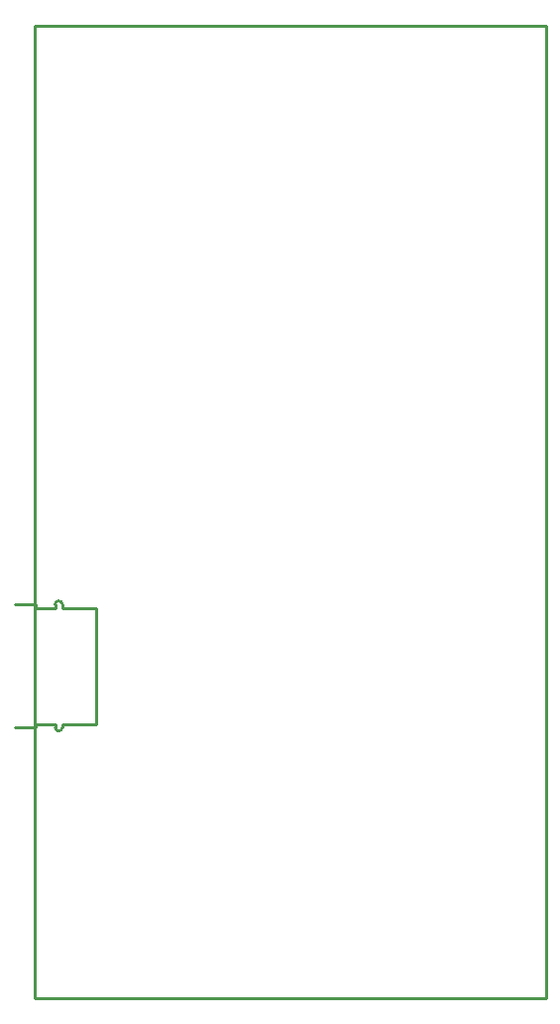
<source format=gko>
G04 Layer: BoardOutlineLayer*
G04 EasyEDA v6.5.44, 2024-08-26 14:03:18*
G04 e04413f5f05c4ac1846c34afcf77e532,06c4dd8b78d84ebb914e46ede8edac81,10*
G04 Gerber Generator version 0.2*
G04 Scale: 100 percent, Rotated: No, Reflected: No *
G04 Dimensions in millimeters *
G04 leading zeros omitted , absolute positions ,4 integer and 5 decimal *
%FSLAX45Y45*%
%MOMM*%

%ADD10C,0.2540*%
D10*
X700023Y13999971D02*
G01*
X5067300Y13999971D01*
X5067300Y5700013D01*
X700023Y5700013D01*
X700023Y13999971D01*
X707402Y8009323D02*
G01*
X532401Y8009323D01*
X707402Y9059397D02*
G01*
X532401Y9059397D01*
X707402Y9029397D02*
G01*
X707402Y9059397D01*
X707402Y8039323D02*
G01*
X707402Y8009323D01*
X877387Y8039323D02*
G01*
X707402Y8039323D01*
X1227396Y8039323D02*
G01*
X937387Y8039323D01*
X877402Y9029397D02*
G01*
X707402Y9029397D01*
X1227401Y9029397D02*
G01*
X1227401Y8039394D01*
X937387Y8039323D02*
G01*
X937387Y8009333D01*
X877387Y8039323D02*
G01*
X877387Y8009333D01*
X877402Y9029397D02*
G01*
X877402Y9059390D01*
X937407Y9029397D02*
G01*
X937407Y9059392D01*
X1227401Y9029397D02*
G01*
X937407Y9029397D01*
G75*
G01*
X937407Y9059393D02*
G03*
X877410Y9059306I-29998J-316D01*
G75*
G01*
X937387Y8009334D02*
G02*
X877392Y8009405I-29997J424D01*
X4241800Y13995400D02*
G01*
X2971800Y13995400D01*

%LPD*%
M02*

</source>
